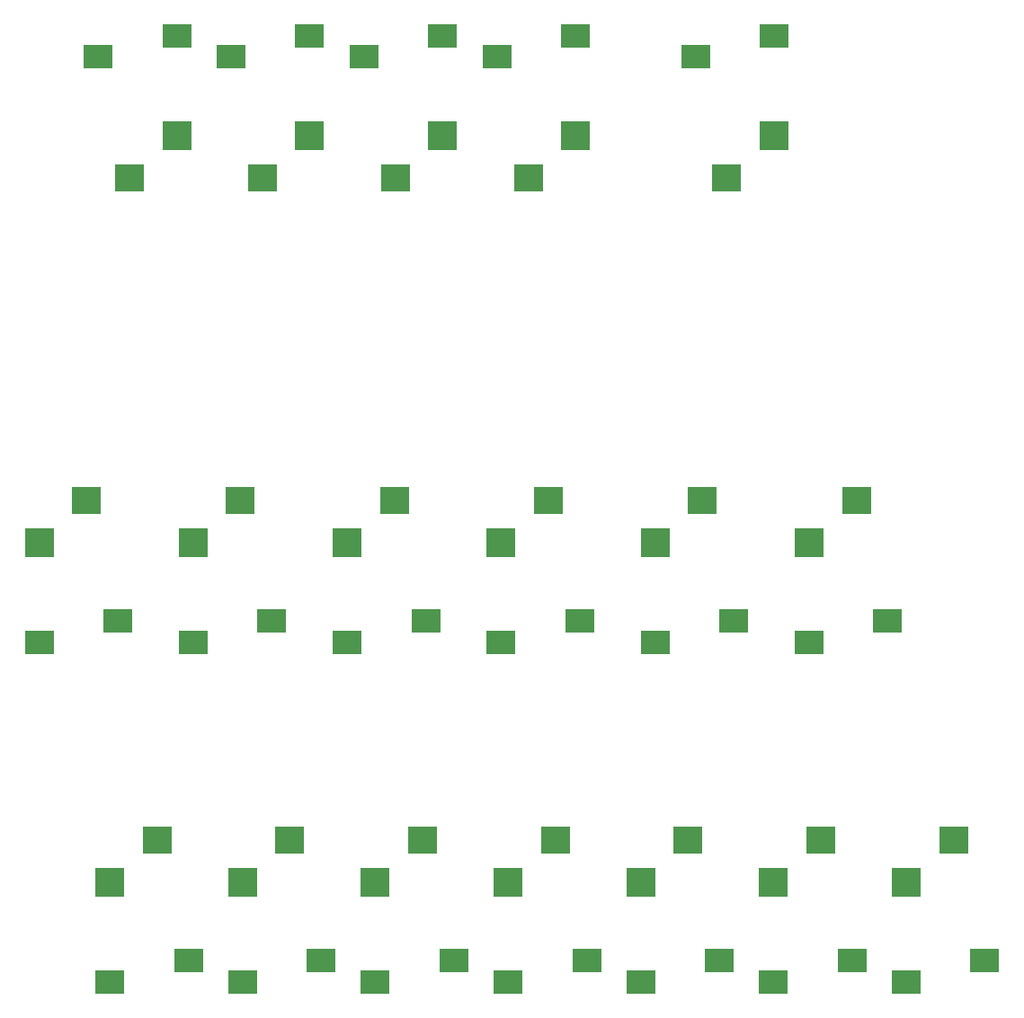
<source format=gbr>
%TF.GenerationSoftware,KiCad,Pcbnew,8.0.5*%
%TF.CreationDate,2024-11-15T20:40:57-05:00*%
%TF.ProjectId,One-8-DM5,4f6e652d-382d-4444-9d35-2e6b69636164,rev?*%
%TF.SameCoordinates,Original*%
%TF.FileFunction,Paste,Bot*%
%TF.FilePolarity,Positive*%
%FSLAX46Y46*%
G04 Gerber Fmt 4.6, Leading zero omitted, Abs format (unit mm)*
G04 Created by KiCad (PCBNEW 8.0.5) date 2024-11-15 20:40:57*
%MOMM*%
%LPD*%
G01*
G04 APERTURE LIST*
%ADD10R,2.800000X2.200000*%
%ADD11R,2.800000X2.800000*%
%ADD12R,2.800000X2.600000*%
G04 APERTURE END LIST*
D10*
%TO.C,J19*%
X160195800Y-50155000D03*
X167595800Y-48155000D03*
D11*
X167595800Y-57555000D03*
D12*
X163145800Y-61555000D03*
%TD*%
D10*
%TO.C,J38*%
X206162500Y-135350000D03*
X198762500Y-137350000D03*
D11*
X198762500Y-127950000D03*
D12*
X203212500Y-123950000D03*
%TD*%
D10*
%TO.C,J8*%
X143662500Y-135350000D03*
X136262500Y-137350000D03*
D11*
X136262500Y-127950000D03*
D12*
X140712500Y-123950000D03*
%TD*%
D10*
%TO.C,J39*%
X218662500Y-135350000D03*
X211262500Y-137350000D03*
D11*
X211262500Y-127950000D03*
D12*
X215712500Y-123950000D03*
%TD*%
D10*
%TO.C,J12*%
X137012500Y-103350000D03*
X129612500Y-105350000D03*
D11*
X129612500Y-95950000D03*
D12*
X134062500Y-91950000D03*
%TD*%
D10*
%TO.C,J21*%
X172712500Y-50155000D03*
X180112500Y-48155000D03*
D11*
X180112500Y-57555000D03*
D12*
X175662500Y-61555000D03*
%TD*%
D10*
%TO.C,J32*%
X168662500Y-135350000D03*
X161262500Y-137350000D03*
D11*
X161262500Y-127950000D03*
D12*
X165712500Y-123950000D03*
%TD*%
D10*
%TO.C,J28*%
X209512500Y-103350000D03*
X202112500Y-105350000D03*
D11*
X202112500Y-95950000D03*
D12*
X206562500Y-91950000D03*
%TD*%
D10*
%TO.C,J25*%
X166012500Y-103350000D03*
X158612500Y-105350000D03*
D11*
X158612500Y-95950000D03*
D12*
X163062500Y-91950000D03*
%TD*%
D10*
%TO.C,J35*%
X180512500Y-103350000D03*
X173112500Y-105350000D03*
D11*
X173112500Y-95950000D03*
D12*
X177562500Y-91950000D03*
%TD*%
D10*
%TO.C,J17*%
X147679200Y-50155000D03*
X155079200Y-48155000D03*
D11*
X155079200Y-57555000D03*
D12*
X150629200Y-61555000D03*
%TD*%
D10*
%TO.C,J10*%
X151512500Y-103350000D03*
X144112500Y-105350000D03*
D11*
X144112500Y-95950000D03*
D12*
X148562500Y-91950000D03*
%TD*%
D10*
%TO.C,J29*%
X156162500Y-135350000D03*
X148762500Y-137350000D03*
D11*
X148762500Y-127950000D03*
D12*
X153212500Y-123950000D03*
%TD*%
D10*
%TO.C,J37*%
X193662500Y-135350000D03*
X186262500Y-137350000D03*
D11*
X186262500Y-127950000D03*
D12*
X190712500Y-123950000D03*
%TD*%
D10*
%TO.C,J36*%
X195012500Y-103350000D03*
X187612500Y-105350000D03*
D11*
X187612500Y-95950000D03*
D12*
X192062500Y-91950000D03*
%TD*%
D10*
%TO.C,J15*%
X135162500Y-50155000D03*
X142562500Y-48155000D03*
D11*
X142562500Y-57555000D03*
D12*
X138112500Y-61555000D03*
%TD*%
D10*
%TO.C,J33*%
X181162500Y-135350000D03*
X173762500Y-137350000D03*
D11*
X173762500Y-127950000D03*
D12*
X178212500Y-123950000D03*
%TD*%
D10*
%TO.C,J24*%
X191412500Y-50155000D03*
X198812500Y-48155000D03*
D11*
X198812500Y-57555000D03*
D12*
X194362500Y-61555000D03*
%TD*%
M02*

</source>
